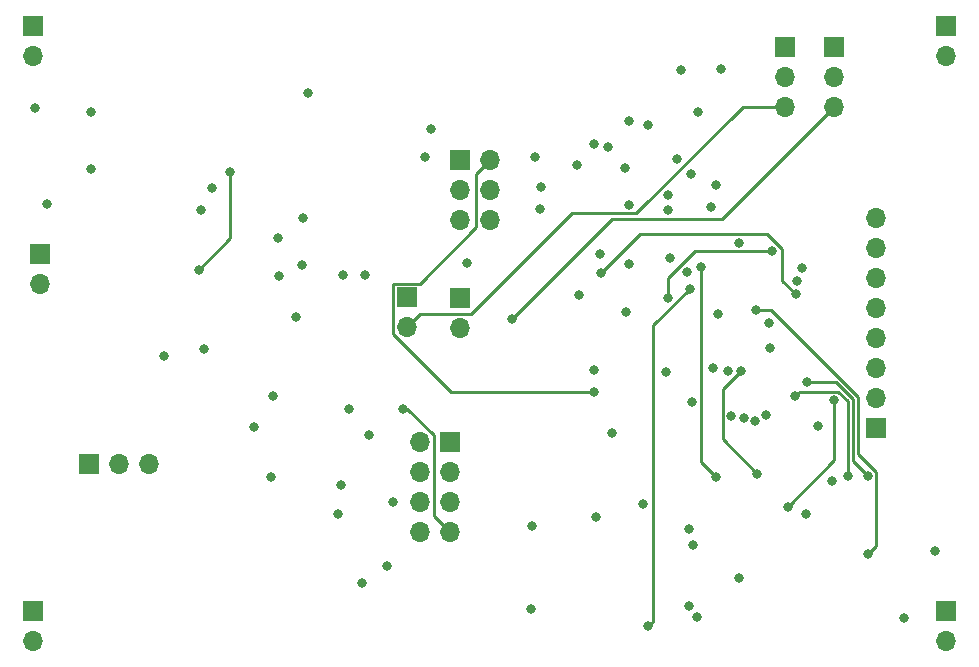
<source format=gbr>
G04 #@! TF.GenerationSoftware,KiCad,Pcbnew,(5.1.6)-1*
G04 #@! TF.CreationDate,2020-10-15T22:30:15-04:00*
G04 #@! TF.ProjectId,electronique_drone,656c6563-7472-46f6-9e69-7175655f6472,3*
G04 #@! TF.SameCoordinates,Original*
G04 #@! TF.FileFunction,Copper,L3,Inr*
G04 #@! TF.FilePolarity,Positive*
%FSLAX46Y46*%
G04 Gerber Fmt 4.6, Leading zero omitted, Abs format (unit mm)*
G04 Created by KiCad (PCBNEW (5.1.6)-1) date 2020-10-15 22:30:15*
%MOMM*%
%LPD*%
G01*
G04 APERTURE LIST*
G04 #@! TA.AperFunction,ViaPad*
%ADD10R,1.700000X1.700000*%
G04 #@! TD*
G04 #@! TA.AperFunction,ViaPad*
%ADD11O,1.700000X1.700000*%
G04 #@! TD*
G04 #@! TA.AperFunction,ViaPad*
%ADD12C,0.800000*%
G04 #@! TD*
G04 #@! TA.AperFunction,Conductor*
%ADD13C,0.250000*%
G04 #@! TD*
G04 APERTURE END LIST*
D10*
X66875660Y-86992460D03*
D11*
X66875660Y-89532460D03*
D10*
X102481380Y-79049880D03*
D11*
X105021380Y-79049880D03*
X102481380Y-81589880D03*
X105021380Y-81589880D03*
X102481380Y-84129880D03*
X105021380Y-84129880D03*
D10*
X71074280Y-104782620D03*
D11*
X73614280Y-104782620D03*
X76154280Y-104782620D03*
D10*
X129989580Y-69435980D03*
D11*
X129989580Y-71975980D03*
X129989580Y-74515980D03*
X134167880Y-74503280D03*
X134167880Y-71963280D03*
D10*
X134167880Y-69423280D03*
D11*
X102494080Y-93258640D03*
D10*
X102494080Y-90718640D03*
X97988120Y-90655140D03*
D11*
X97988120Y-93195140D03*
X66354960Y-70203060D03*
D10*
X66354960Y-67663060D03*
X143583660Y-67663060D03*
D11*
X143583660Y-70203060D03*
X66354960Y-119753380D03*
D10*
X66354960Y-117213380D03*
X143583660Y-117213380D03*
D11*
X143583660Y-119753380D03*
D10*
X137731500Y-101742240D03*
D11*
X137731500Y-99202240D03*
X137731500Y-96662240D03*
X137731500Y-94122240D03*
X137731500Y-91582240D03*
X137731500Y-89042240D03*
X137731500Y-86502240D03*
X137731500Y-83962240D03*
D10*
X101610160Y-102875080D03*
D11*
X99070160Y-102875080D03*
X101610160Y-105415080D03*
X99070160Y-105415080D03*
X101610160Y-107955080D03*
X99070160Y-107955080D03*
X101610160Y-110495080D03*
X99070160Y-110495080D03*
D12*
X67505580Y-82778600D03*
X71272400Y-79756000D03*
X92531960Y-88767920D03*
X89094506Y-87918486D03*
X85024200Y-101600000D03*
X83014820Y-80012540D03*
X80342740Y-88331040D03*
X113781840Y-96799160D03*
X128691640Y-94978220D03*
X114032820Y-109268260D03*
X126108460Y-114432080D03*
X118399560Y-76080620D03*
X116456460Y-79695040D03*
X120115500Y-81950560D03*
X123746260Y-82961480D03*
X87040960Y-85587840D03*
X87129620Y-88805780D03*
X89143840Y-83913980D03*
X80561180Y-83225640D03*
X71234300Y-74932540D03*
X77411580Y-95592900D03*
X89598500Y-73383140D03*
X120840500Y-78933040D03*
X128640840Y-92801440D03*
X123904167Y-96595773D03*
X117970300Y-108155740D03*
X131800600Y-108955840D03*
X133954520Y-106225340D03*
X113781840Y-98674160D03*
X93093540Y-100121720D03*
X94744540Y-102346760D03*
X96781620Y-107950000D03*
X114368580Y-86944200D03*
X120279160Y-87353140D03*
X116552980Y-91887040D03*
X108800900Y-78729840D03*
X126493044Y-100866045D03*
X103040180Y-87734140D03*
X109321600Y-81343240D03*
X116758720Y-75719940D03*
X108496100Y-117015260D03*
X121881900Y-110269020D03*
X122565160Y-117678200D03*
X140108940Y-117772180D03*
X97675700Y-100070920D03*
X92392500Y-106499660D03*
X92161360Y-109024420D03*
X114983260Y-77957680D03*
X116792692Y-87805260D03*
X113794540Y-77630020D03*
X121696480Y-88463120D03*
X120096280Y-90737274D03*
X128869440Y-86741000D03*
X114454940Y-88574880D03*
X130942080Y-90408760D03*
X124282200Y-92057220D03*
X112572800Y-90446860D03*
X125188980Y-96855280D03*
X125463299Y-100667820D03*
X106865420Y-92450920D03*
X108587540Y-110050580D03*
X66461160Y-74584560D03*
X121864120Y-116791740D03*
X122204480Y-111635540D03*
X142681960Y-112158780D03*
X88577420Y-92323920D03*
X94406960Y-88767920D03*
X122036840Y-80223360D03*
X112344539Y-79456280D03*
X124152660Y-81180940D03*
X109289680Y-83185000D03*
X127467613Y-101090187D03*
X128362362Y-100643591D03*
X132796280Y-101584760D03*
X122087640Y-99491800D03*
X96311720Y-113355120D03*
X94173040Y-114851180D03*
X115374420Y-102148640D03*
X119884801Y-96991726D03*
X118427552Y-118501108D03*
X121925080Y-89933780D03*
X124190760Y-105887520D03*
X122897900Y-88074500D03*
X126098300Y-86015990D03*
X131465320Y-88198960D03*
X137055860Y-112351820D03*
X127543560Y-91706700D03*
X131023360Y-89227660D03*
X81447640Y-81376520D03*
X80766920Y-94985840D03*
X86438740Y-105897680D03*
X86644480Y-99039680D03*
X130215640Y-108399580D03*
X134162800Y-99367340D03*
X136997440Y-105755440D03*
X131878082Y-97778883D03*
X135295640Y-105770680D03*
X130840480Y-99026980D03*
X100063300Y-76380340D03*
X99537520Y-78808580D03*
X124612640Y-71323200D03*
X122668820Y-74996040D03*
X127650240Y-105577640D03*
X126263400Y-96890840D03*
X116794280Y-82818811D03*
X121208800Y-71424800D03*
X120058180Y-83268820D03*
D13*
X83014820Y-85658960D02*
X83014820Y-80012540D01*
X80342740Y-88331040D02*
X83014820Y-85658960D01*
X101728138Y-98674160D02*
X113781840Y-98674160D01*
X96813119Y-93759141D02*
X101728138Y-98674160D01*
X96813119Y-89545139D02*
X96813119Y-93759141D01*
X96878119Y-89480139D02*
X96813119Y-89545139D01*
X99098121Y-89480139D02*
X96878119Y-89480139D01*
X103846379Y-84731881D02*
X99098121Y-89480139D01*
X103846379Y-80224881D02*
X103846379Y-84731881D01*
X105021380Y-79049880D02*
X103846379Y-80224881D01*
X99099621Y-92083639D02*
X97988120Y-93195140D01*
X111953911Y-83543811D02*
X103414083Y-92083639D01*
X117395589Y-83543811D02*
X111953911Y-83543811D01*
X103414083Y-92083639D02*
X99099621Y-92083639D01*
X126423420Y-74515980D02*
X117395589Y-83543811D01*
X129989580Y-74515980D02*
X126423420Y-74515980D01*
X98005002Y-100070920D02*
X97675700Y-100070920D01*
X100245161Y-102311079D02*
X98005002Y-100070920D01*
X101610160Y-110495080D02*
X100245161Y-109130081D01*
X100245161Y-109130081D02*
X100245161Y-102311079D01*
X120096280Y-90737274D02*
X120096280Y-88990318D01*
X122345598Y-86741000D02*
X128869440Y-86741000D01*
X120096280Y-88990318D02*
X122345598Y-86741000D01*
X128474651Y-85290989D02*
X129762081Y-86578419D01*
X114454940Y-88574880D02*
X117738831Y-85290989D01*
X129762081Y-86578419D02*
X129762081Y-89228761D01*
X129762081Y-89228761D02*
X130942080Y-90408760D01*
X117738831Y-85290989D02*
X128474651Y-85290989D01*
X124677339Y-83993821D02*
X134167880Y-74503280D01*
X115322519Y-83993821D02*
X124677339Y-83993821D01*
X106865420Y-92450920D02*
X115322519Y-83993821D01*
X118827551Y-93031309D02*
X121925080Y-89933780D01*
X118427552Y-118501108D02*
X118827551Y-118101109D01*
X118827551Y-118101109D02*
X118827551Y-93031309D01*
X124190760Y-105887520D02*
X122897900Y-104594660D01*
X122897900Y-104594660D02*
X122897900Y-88074500D01*
X136195658Y-99054376D02*
X128847982Y-91706700D01*
X128847982Y-91706700D02*
X127543560Y-91706700D01*
X136195658Y-103880656D02*
X136195658Y-99054376D01*
X137055860Y-112351820D02*
X137722441Y-111685239D01*
X137722441Y-105407439D02*
X136195658Y-103880656D01*
X137722441Y-111685239D02*
X137722441Y-105407439D01*
X130215640Y-108399580D02*
X134162800Y-104452420D01*
X134162800Y-104452420D02*
X134162800Y-99367340D01*
X134283755Y-97778883D02*
X131878082Y-97778883D01*
X135745649Y-99240777D02*
X134283755Y-97778883D01*
X136997440Y-105755440D02*
X135745649Y-104503649D01*
X135745649Y-104503649D02*
X135745649Y-99240777D01*
X131225121Y-98642339D02*
X130840480Y-99026980D01*
X134510801Y-98642339D02*
X131225121Y-98642339D01*
X135295640Y-105770680D02*
X135295640Y-99427178D01*
X135295640Y-99427178D02*
X134510801Y-98642339D01*
X127650240Y-105577640D02*
X124738298Y-102665698D01*
X124738298Y-98415942D02*
X126263400Y-96890840D01*
X124738298Y-102665698D02*
X124738298Y-98415942D01*
M02*

</source>
